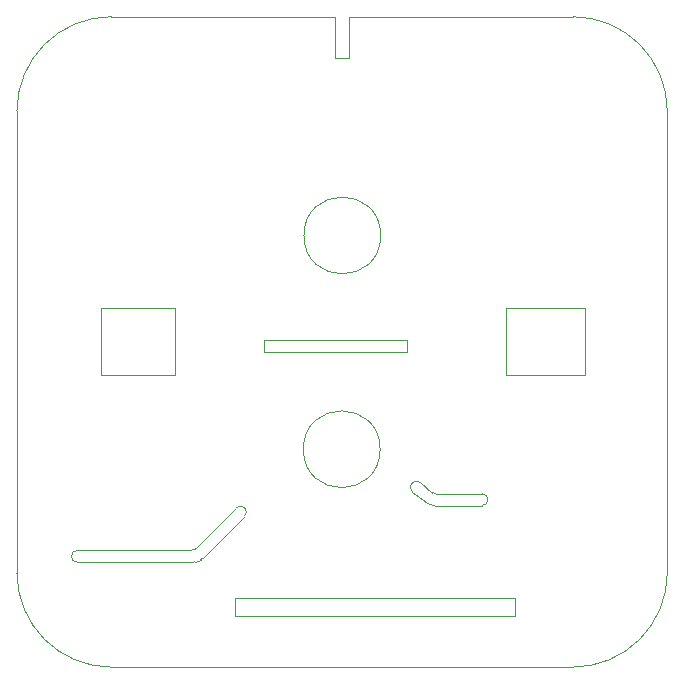
<source format=gbr>
%TF.GenerationSoftware,KiCad,Pcbnew,7.0.7*%
%TF.CreationDate,2023-11-04T15:45:33+01:00*%
%TF.ProjectId,LK-EU01_Smart_Socket_Base,4c4b2d45-5530-4315-9f53-6d6172745f53,rev?*%
%TF.SameCoordinates,Original*%
%TF.FileFunction,Profile,NP*%
%FSLAX46Y46*%
G04 Gerber Fmt 4.6, Leading zero omitted, Abs format (unit mm)*
G04 Created by KiCad (PCBNEW 7.0.7) date 2023-11-04 15:45:33*
%MOMM*%
%LPD*%
G01*
G04 APERTURE LIST*
%TA.AperFunction,Profile*%
%ADD10C,0.100000*%
%TD*%
%TA.AperFunction,Profile*%
%ADD11C,0.050000*%
%TD*%
G04 APERTURE END LIST*
D10*
X140277734Y-114089610D02*
X144158904Y-114081099D01*
X138900736Y-113118445D02*
G75*
G03*
X138203926Y-113184426I-314736J-388555D01*
G01*
X138266439Y-113901166D02*
X139383152Y-114805845D01*
X139383156Y-114805840D02*
G75*
G03*
X139531104Y-114888698I314944J388840D01*
G01*
X124053926Y-115254095D02*
X124057334Y-115257408D01*
X119532438Y-118879985D02*
G75*
G03*
X119886541Y-118733003I62J499885D01*
G01*
X124063233Y-115968560D02*
G75*
G03*
X124057334Y-115257408I-354433J352660D01*
G01*
X124053938Y-115254082D02*
G75*
G03*
X123351392Y-115259481I-348538J-358518D01*
G01*
X144161096Y-115081099D02*
G75*
G03*
X144660000Y-114581098I-1096J499999D01*
G01*
X120340839Y-119648248D02*
X119826850Y-119846501D01*
X140018530Y-115061180D02*
G75*
G03*
X140186417Y-115089810I166770J471380D01*
G01*
X138203926Y-113184426D02*
X138199110Y-113190132D01*
X139531104Y-114888698D02*
X140018532Y-115061173D01*
X109380000Y-119380000D02*
X109380000Y-119380000D01*
X119646914Y-119880011D02*
G75*
G03*
X119826850Y-119846500I-14J499911D01*
G01*
X138900736Y-113118445D02*
X139961897Y-113978119D01*
X138199158Y-113190173D02*
G75*
G03*
X138266439Y-113901166I382042J-322527D01*
G01*
X125695000Y-101080000D02*
X137845000Y-101080000D01*
X137845000Y-102090000D01*
X125695000Y-102090000D01*
X125695000Y-101080000D01*
X109880000Y-118880000D02*
X119532438Y-118880000D01*
X139961909Y-113978105D02*
G75*
G03*
X140277734Y-114089610I314691J388305D01*
G01*
X109880000Y-118880000D02*
G75*
G03*
X109380000Y-119380000I0J-500000D01*
G01*
X119886541Y-118733003D02*
X123351392Y-115259481D01*
X120515030Y-119534726D02*
X124063239Y-115968566D01*
X109880000Y-119880000D02*
X119646914Y-119880000D01*
X120340832Y-119648229D02*
G75*
G03*
X120515030Y-119534726I-180032J466729D01*
G01*
X140186417Y-115089813D02*
X144161096Y-115081097D01*
X144660002Y-114581098D02*
G75*
G03*
X144158904Y-114081099I-500002J-2D01*
G01*
X109380000Y-119380000D02*
G75*
G03*
X109880000Y-119880000I500000J0D01*
G01*
%TO.C,U1*%
X104776854Y-120756854D02*
X104776854Y-81686854D01*
X112776854Y-73686854D02*
X131711854Y-73686854D01*
D11*
X131711854Y-73686854D02*
X131710000Y-77190000D01*
X132910000Y-77190000D02*
X131710000Y-77190000D01*
X132911854Y-73686854D02*
X132910000Y-77190000D01*
X132911854Y-73686854D02*
X151846854Y-73686854D01*
D10*
X151846854Y-128756854D02*
X112776854Y-128756854D01*
X159846854Y-81686854D02*
X159846854Y-120756854D01*
X111930000Y-98390000D02*
X118160000Y-98390000D01*
X118160000Y-98390000D02*
X118160000Y-104050000D01*
X118160000Y-104050000D02*
X111930000Y-104050000D01*
X111930000Y-104050000D02*
X111930000Y-98390000D01*
D11*
X123210000Y-122940000D02*
X146990000Y-122940000D01*
X146990000Y-122940000D02*
X146990000Y-124440000D01*
X146990000Y-124440000D02*
X123210000Y-124440000D01*
X123210000Y-124440000D02*
X123210000Y-122940000D01*
D10*
X146186854Y-98386573D02*
X152890000Y-98386573D01*
X152890000Y-98386573D02*
X152890000Y-104053427D01*
X152890000Y-104053427D02*
X146186854Y-104053427D01*
X146186854Y-104053427D02*
X146186854Y-98386573D01*
X112776854Y-73686854D02*
G75*
G03*
X104776854Y-81686854I1J-8000001D01*
G01*
X104776854Y-120756854D02*
G75*
G03*
X112776854Y-128756854I8000001J1D01*
G01*
X159846846Y-81686854D02*
G75*
G03*
X151846854Y-73686854I-7999996J4D01*
G01*
X151846854Y-128756854D02*
G75*
G03*
X159846854Y-120756854I6J7999994D01*
G01*
D11*
X135531354Y-110311353D02*
G75*
G03*
X135531354Y-110311353I-3251354J0D01*
G01*
X135581354Y-92211353D02*
G75*
G03*
X135581354Y-92211353I-3251354J0D01*
G01*
%TD*%
M02*

</source>
